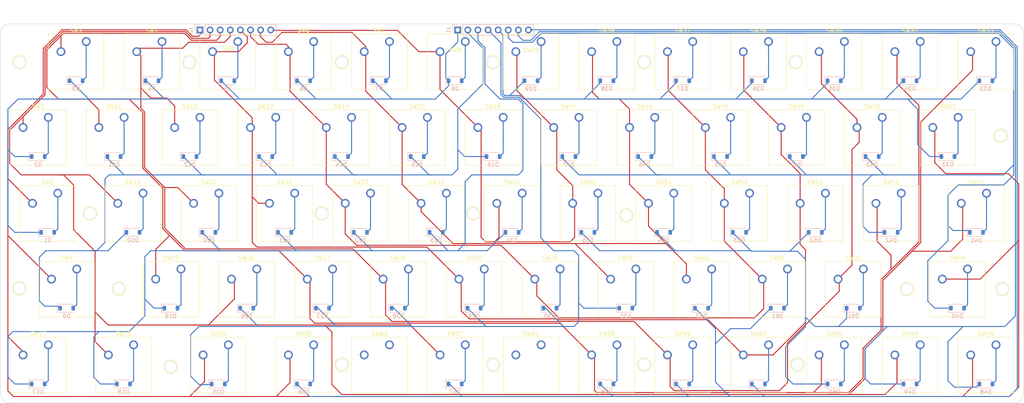
<source format=kicad_pcb>
(kicad_pcb (version 20221018) (generator pcbnew)

  (general
    (thickness 1.6)
  )

  (paper "A3")
  (layers
    (0 "F.Cu" signal)
    (31 "B.Cu" signal)
    (32 "B.Adhes" user "B.Adhesive")
    (33 "F.Adhes" user "F.Adhesive")
    (34 "B.Paste" user)
    (35 "F.Paste" user)
    (36 "B.SilkS" user "B.Silkscreen")
    (37 "F.SilkS" user "F.Silkscreen")
    (38 "B.Mask" user)
    (39 "F.Mask" user)
    (40 "Dwgs.User" user "User.Drawings")
    (41 "Cmts.User" user "User.Comments")
    (42 "Eco1.User" user "User.Eco1")
    (43 "Eco2.User" user "User.Eco2")
    (44 "Edge.Cuts" user)
    (45 "Margin" user)
    (46 "B.CrtYd" user "B.Courtyard")
    (47 "F.CrtYd" user "F.Courtyard")
    (48 "B.Fab" user)
    (49 "F.Fab" user)
    (50 "User.1" user)
    (51 "User.2" user)
    (52 "User.3" user)
    (53 "User.4" user)
    (54 "User.5" user)
    (55 "User.6" user)
    (56 "User.7" user)
    (57 "User.8" user)
    (58 "User.9" user)
  )

  (setup
    (pad_to_mask_clearance 0)
    (aux_axis_origin 83.185 188.11875)
    (grid_origin 86.185 159.36875)
    (pcbplotparams
      (layerselection 0x00010fc_ffffffff)
      (plot_on_all_layers_selection 0x0000000_00000000)
      (disableapertmacros false)
      (usegerberextensions false)
      (usegerberattributes true)
      (usegerberadvancedattributes true)
      (creategerberjobfile true)
      (dashed_line_dash_ratio 12.000000)
      (dashed_line_gap_ratio 3.000000)
      (svgprecision 4)
      (plotframeref false)
      (viasonmask false)
      (mode 1)
      (useauxorigin false)
      (hpglpennumber 1)
      (hpglpenspeed 20)
      (hpglpendiameter 15.000000)
      (dxfpolygonmode true)
      (dxfimperialunits true)
      (dxfusepcbnewfont true)
      (psnegative false)
      (psa4output false)
      (plotreference true)
      (plotvalue true)
      (plotinvisibletext false)
      (sketchpadsonfab false)
      (subtractmaskfromsilk false)
      (outputformat 1)
      (mirror false)
      (drillshape 1)
      (scaleselection 1)
      (outputdirectory "")
    )
  )

  (net 0 "")
  (net 1 "Net-(D1-K)")
  (net 2 "Net-(D1-A)")
  (net 3 "Net-(D10-A)")
  (net 4 "Net-(D10-K)")
  (net 5 "Net-(D17-K)")
  (net 6 "Net-(D17-A)")
  (net 7 "Net-(D25-K)")
  (net 8 "Net-(D25-A)")
  (net 9 "Net-(D32-K)")
  (net 10 "Net-(D33-A)")
  (net 11 "Net-(D40-K)")
  (net 12 "Net-(D41-A)")
  (net 13 "Net-(D48-K)")
  (net 14 "Net-(D49-A)")
  (net 15 "Net-(D56-K)")
  (net 16 "Net-(D56-A)")
  (net 17 "Net-(J2-Pin_1)")
  (net 18 "Net-(J2-Pin_2)")
  (net 19 "Net-(J2-Pin_3)")
  (net 20 "Net-(J2-Pin_4)")
  (net 21 "Net-(J2-Pin_5)")
  (net 22 "Net-(J2-Pin_6)")
  (net 23 "Net-(J2-Pin_7)")
  (net 24 "Net-(J2-Pin_8)")
  (net 25 "unconnected-(SW63-Pad1)")
  (net 26 "unconnected-(SW63-Pad2)")
  (net 27 "unconnected-(SW64-Pad1)")
  (net 28 "unconnected-(SW64-Pad2)")
  (net 29 "Net-(D2-A)")
  (net 30 "Net-(D3-A)")
  (net 31 "Net-(D4-A)")
  (net 32 "Net-(D5-A)")
  (net 33 "Net-(D6-A)")
  (net 34 "Net-(D7-A)")
  (net 35 "Net-(D8-A)")
  (net 36 "Net-(D9-A)")
  (net 37 "Net-(D11-A)")
  (net 38 "Net-(D12-A)")
  (net 39 "Net-(D13-A)")
  (net 40 "Net-(D14-A)")
  (net 41 "Net-(D15-A)")
  (net 42 "Net-(D16-A)")
  (net 43 "Net-(D18-A)")
  (net 44 "Net-(D19-A)")
  (net 45 "Net-(D20-A)")
  (net 46 "Net-(D21-A)")
  (net 47 "Net-(D22-A)")
  (net 48 "Net-(D23-A)")
  (net 49 "Net-(D24-A)")
  (net 50 "Net-(D26-A)")
  (net 51 "Net-(D27-A)")
  (net 52 "Net-(D28-A)")
  (net 53 "Net-(D29-A)")
  (net 54 "Net-(D30-A)")
  (net 55 "Net-(D31-A)")
  (net 56 "Net-(D32-A)")
  (net 57 "Net-(D34-A)")
  (net 58 "Net-(D35-A)")
  (net 59 "Net-(D36-A)")
  (net 60 "Net-(D37-A)")
  (net 61 "Net-(D38-A)")
  (net 62 "Net-(D39-A)")
  (net 63 "Net-(D40-A)")
  (net 64 "Net-(D42-A)")
  (net 65 "Net-(D43-A)")
  (net 66 "Net-(D44-A)")
  (net 67 "Net-(D45-A)")
  (net 68 "Net-(D46-A)")
  (net 69 "Net-(D47-A)")
  (net 70 "Net-(D48-A)")
  (net 71 "Net-(D50-A)")
  (net 72 "Net-(D51-A)")
  (net 73 "Net-(D52-A)")
  (net 74 "Net-(D53-A)")
  (net 75 "Net-(D54-A)")
  (net 76 "Net-(D55-A)")
  (net 77 "Net-(D57-A)")
  (net 78 "Net-(D58-A)")
  (net 79 "Net-(D59-A)")
  (net 80 "Net-(D60-A)")
  (net 81 "Net-(D61-A)")
  (net 82 "Net-(D62-A)")

  (footprint "Button_Switch_Keyboard:SW_Cherry_MX_1.00u_PCB" (layer "F.Cu") (at 285.75 116.36375))

  (footprint "Button_Switch_Keyboard:SW_Cherry_MX_1.00u_PCB" (layer "F.Cu") (at 261.9375 154.46375))

  (footprint "Button_Switch_Keyboard:SW_Cherry_MX_1.00u_PCB" (layer "F.Cu") (at 114.3 116.36375))

  (footprint "Button_Switch_Keyboard:SW_Cherry_MX_1.00u_PCB" (layer "F.Cu") (at 252.4125 135.41375))

  (footprint "Button_Switch_Keyboard:SW_Cherry_MX_1.25u_PCB" (layer "F.Cu") (at 140.49375 173.51375))

  (footprint "Button_Switch_Keyboard:SW_Cherry_MX_1.00u_PCB" (layer "F.Cu") (at 276.225 173.51375))

  (footprint "Button_Switch_Keyboard:SW_Cherry_MX_1.00u_PCB" (layer "F.Cu") (at 257.175 97.31375))

  (footprint "Button_Switch_Keyboard:SW_Cherry_MX_1.00u_PCB" (layer "F.Cu") (at 214.3125 135.41375))

  (footprint "Button_Switch_Keyboard:SW_Cherry_MX_1.00u_PCB" (layer "F.Cu") (at 180.975 97.31375))

  (footprint "Button_Switch_Keyboard:SW_Cherry_MX_1.00u_PCB" (layer "F.Cu") (at 200.025 173.51375))

  (footprint "Button_Switch_Keyboard:SW_Cherry_MX_1.00u_PCB" (layer "F.Cu") (at 200.025 97.31375))

  (footprint "Button_Switch_Keyboard:SW_Cherry_MX_1.00u_PCB" (layer "F.Cu") (at 233.3625 135.41375))

  (footprint "Button_Switch_Keyboard:SW_Cherry_MX_1.00u_PCB" (layer "F.Cu") (at 304.8 116.36375))

  (footprint "Button_Switch_Keyboard:SW_Cherry_MX_1.00u_PCB" (layer "F.Cu") (at 95.25 116.36375))

  (footprint "Button_Switch_Keyboard:SW_Cherry_MX_1.00u_PCB" (layer "F.Cu") (at 295.275 97.31375))

  (footprint "Button_Switch_Keyboard:SW_Cherry_MX_1.00u_PCB" (layer "F.Cu") (at 147.6375 154.46375))

  (footprint "Button_Switch_Keyboard:SW_Cherry_MX_1.00u_PCB" (layer "F.Cu") (at 152.4 116.36375))

  (footprint "Button_Switch_Keyboard:SW_Cherry_MX_1.00u_PCB" (layer "F.Cu") (at 290.5125 135.41375))

  (footprint "Button_Switch_Keyboard:SW_Cherry_MX_1.00u_PCB" (layer "F.Cu") (at 119.0625 135.41375))

  (footprint "Button_Switch_Keyboard:SW_Cherry_MX_1.00u_PCB" (layer "F.Cu") (at 142.875 97.31375))

  (footprint "Button_Switch_Keyboard:SW_Cherry_MX_1.00u_PCB" (layer "F.Cu") (at 276.225 97.31375))

  (footprint "Button_Switch_Keyboard:SW_Cherry_MX_1.00u_PCB" (layer "F.Cu") (at 323.85 116.36375))

  (footprint "Button_Switch_Keyboard:SW_Cherry_MX_1.00u_PCB" (layer "F.Cu") (at 309.5625 135.41375))

  (footprint "Button_Switch_Keyboard:SW_Cherry_MX_1.00u_PCB" (layer "F.Cu") (at 185.7375 154.46375))

  (footprint "Button_Switch_Keyboard:SW_Cherry_MX_1.25u_PCB" (layer "F.Cu") (at 97.63125 135.41375))

  (footprint "Button_Switch_Keyboard:SW_Cherry_MX_1.00u_PCB" (layer "F.Cu") (at 219.075 173.51375))

  (footprint "Button_Switch_Keyboard:SW_Cherry_MX_1.00u_PCB" (layer "F.Cu") (at 280.9875 154.46375))

  (footprint "Button_Switch_Keyboard:SW_Cherry_MX_1.00u_PCB" (layer "F.Cu") (at 204.7875 154.46375))

  (footprint "Button_Switch_Keyboard:SW_Cherry_MX_1.00u_PCB" (layer "F.Cu") (at 300.0375 154.46375))

  (footprint "Button_Switch_Keyboard:SW_Cherry_MX_1.00u_PCB" (layer "F.Cu") (at 247.65 116.36375))

  (footprint "Button_Switch_Keyboard:SW_Cherry_MX_1.00u_PCB" (layer "F.Cu") (at 257.175 173.51375))

  (footprint "Button_Switch_Keyboard:SW_Cherry_MX_1.00u_PCB" (layer "F.Cu") (at 133.35 116.36375))

  (footprint "Button_Switch_Keyboard:SW_Cherry_MX_1.00u_PCB" (layer "F.Cu") (at 161.925 173.51375))

  (footprint "Button_Switch_Keyboard:SW_Cherry_MX_1.00u_PCB" (layer "F.Cu") (at 209.55 116.36375))

  (footprint "Button_Switch_Keyboard:SW_Cherry_MX_1.00u_PCB" (layer "F.Cu") (at 95.25 173.51375))

  (footprint "Button_Switch_Keyboard:SW_Cherry_MX_1.25u_PCB" (layer "F.Cu") (at 330.99375 135.41375))

  (footprint "Button_Switch_Keyboard:SW_Cherry_MX_1.00u_PCB" (layer "F.Cu") (at 128.5875 154.46375))

  (footprint "Button_Switch_Keyboard:SW_Cherry_MX_1.00u_PCB" (layer "F.Cu") (at 333.375 173.51375))

  (footprint "Button_Switch_Keyboard:SW_Cherry_MX_1.00u_PCB" (layer "F.Cu") (at 238.125 97.31375))

  (footprint "Button_Switch_Keyboard:SW_Cherry_MX_1.00u_PCB" (layer "F.Cu") (at 223.8375 154.46375))

  (footprint "Button_Switch_Keyboard:SW_Cherry_MX_1.00u_PCB" (layer "F.Cu") (at 219.075 97.31375))

  (footprint "Button_Switch_Keyboard:SW_Cherry_MX_1.00u_PCB" (layer "F.Cu")
    (tstamp a29d0987-fc1b-479e-89c1-4957eae3384f)
    (at 271.4625 135.41375)
    (descr "Cherry MX keyswitch, 1.00u, PCB mount, http://cherryamericas.com/wp-content/uploads/2014/12/mx_cat.pdf")
    (tags "Cherry MX keyswitch 1.00u PCB")
    (property "Sheetfile" "xantronix-z32.kicad_sch")
    (property "Sheetname" "")
    (property "ki_description" "Push button switch, generic, two pins")
    (property "ki_keywords" "switch normally-open pushbutton push-button")
    (path "/e818bc00-1e8f-44e3-b9f4-0bae43ab4fb8")
    (attr through_hole)
    (fp_text reference "SW53" (at -2.54 -2.794) (layer "F.SilkS")
        (effects (font (size 1 1) (thickness 0.15)))
      (tstamp cb3cf7f9-8c81-468e-8413-26def3be3526)
    )
    (fp_text value "SW_Push" (at -2.54 12.954) (layer "F.Fab")
        (effects (font (size 1 1) (thickness 0.15)))
      (tstamp 5182fbc3-0c7b-453c-aafd-532198d8e30e)
    )
    (fp_text user "${REFERENCE}" (at -2.54 -2.794) (layer "F.Fab")
        (effects (font (size 1 1) (thickness 0.15)))
      (tstamp 68a1dcc7-8161-4f6b-9b42-7c6638961b1c)
    )
    (fp_line (start -9.525 -1.905) (end 4.445 -1.905)
      (stroke (width 0.12) (type solid)) (layer "F.SilkS") (tstamp 08667e8a-8c72-429f-b2e6-5db12ca88ec3))
    (fp_line (start -9.525 12.065) (end -9.525 -1.905)
      (stroke (width 0.12) (type solid)) (layer "F.SilkS") (tstamp 0c747d89-b9cd-4ce8-9ab2-10088c866c2a))
    (fp_line (start 4.445 -1.905) (end 4.445 12.065)
      (stroke (width 0.12) (type solid)) (layer "F.SilkS") (tstamp f19d8e3e-1608-4cbf-9820-4000cc5e77a2))
    (fp_line (start 4.445 12.065) (end -9.525 12.065)
      (stroke (width 0.12) (type solid)) (layer "F.SilkS") (tstamp 4c4f0c93-87ab-4c00-841e-6a65574447aa))
    (fp_line (start -12.065 -4.445) (end 6.985 -4.445)
      (stroke (width 0.15) (type solid)) (layer "Dwgs.User") (tstamp e7e1ea46-d40c-432d-9e55-5a9b96b52741))
    (fp_line (start -12.065 14.605) (end -12.065 -4.445)
      (stroke (width 0.15) (type solid)) (layer "Dwgs.User") (tstamp 8db66b3b-fa37-4c8f-aaa0-111a725d8bc4))
    (fp_line (start 6.985 -4.445) (end 6.985 14.605)
      (stroke (width 0.15) (type solid)) (layer "Dwgs.User") (tstamp b1ad30f7-8a1d-476a-a2c5-5037a5d7450c))
    (fp_line (start 6.985 14.605) (end -12.065 14.605)
      (stroke (width 0.15) (type solid)) (layer "Dwgs.User") (tstamp 4924eca8-f13b-43e7-a3d0-2f8a8208b8df))
    (fp_line (start -9.14 -1.52) (end 4.06 -1.52)
  
... [489583 chars truncated]
</source>
